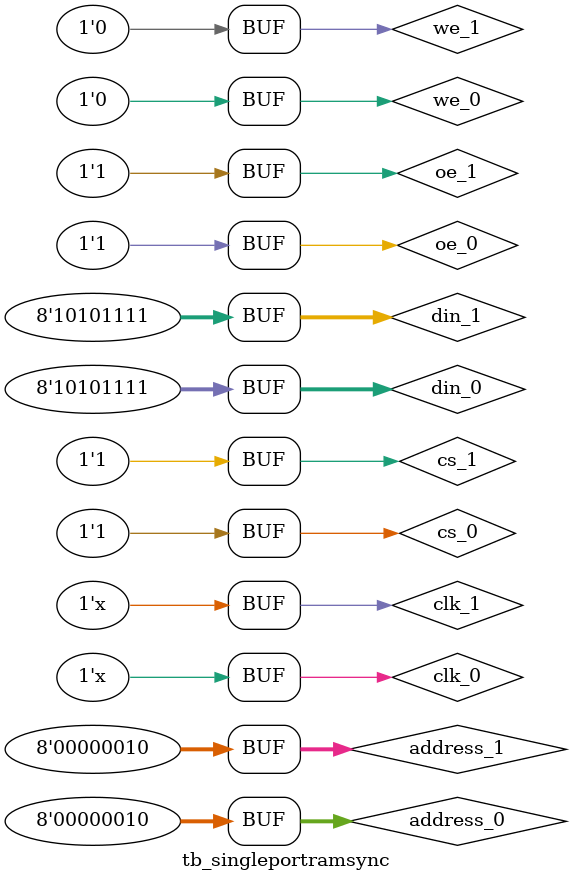
<source format=v>

module tb_singleportramsync;
parameter DATA_WIDTH = 8 ;
parameter ADDRESS_WIDTH = 8 ;

reg [DATA_WIDTH-1:0] din_0;
reg cs_0;
reg oe_0;
reg we_0;
reg clk_0;
reg [ADDRESS_WIDTH-1:0] address_0;
wire [DATA_WIDTH-1:0] dout_0;

reg [DATA_WIDTH-1:0] din_1;
reg cs_1;
reg oe_1;
reg we_1;
reg clk_1;
reg [ADDRESS_WIDTH-1:0] address_1;
wire [DATA_WIDTH-1:0] dout_1;

dualportram ss( 
.din_0(din_0),
.cs_0(cs_0),
.oe_0(oe_0),
.we_0(we_0),
.address_0(address_0),
.clk_0(clk_0),
.dout_0(dout_0),
.din_1(din_1),
.cs_1(cs_1),
.oe_1(oe_1),
.we_1(we_1),
.address_1(address_1),
.clk_1(clk_1),
.dout_1(dout_1)
);

always #10 clk_0=~clk_0;

always #10 clk_1=~clk_1;
initial begin
cs_0 =1;
oe_0 =0;
we_0 =0;
clk_0 =0;
cs_1 =0;
oe_1 =0;
we_1 =0;
clk_1 =0;
end

initial begin
cs_0 <=1;
oe_0<=0;
#10 we_0<=1;
#20 address_0<=0;
#20 din_0 <= 145;
#30 address_0 <=1;
#30 din_0 <= 155;
#40 address_0 <=2;
#40 din_0 <= 165;
#50 we_0 <=0;
#50 address_0<=3;
#50 din_0 <= 175;
#60 oe_0 <= 1;
#70 address_0 <=0;
#80 address_0 <=1;
#90 address_0 <=2;
cs_1 <=1;
oe_1<=0;
#110 we_1<=1;
#120 address_1<=0;
#120 din_1 <= 145;
#130 address_1 <=1;
#130 din_1 <= 155;
#140 address_1 <=2;
#140 din_1 <= 165;
#150 we_1 <=0;
#150 address_1<=3;
#150 din_1 <= 175;
#160 oe_1 <= 1;
#170 address_1 <=0;
#180 address_1 <=1;
#190 address_1 <=2;
end
endmodule
</source>
